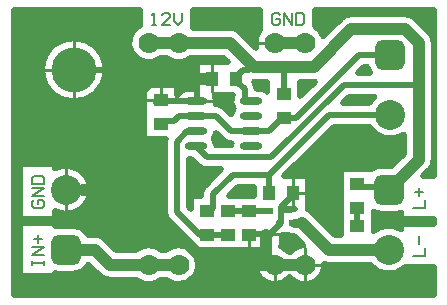
<source format=gbr>
%TF.GenerationSoftware,Altium Limited,Altium Designer,20.2.5 (213)*%
G04 Layer_Physical_Order=1*
G04 Layer_Color=255*
%FSLAX26Y26*%
%MOIN*%
%TF.SameCoordinates,637A3126-0BF7-4E5B-B6EB-9DA5991B8759*%
%TF.FilePolarity,Positive*%
%TF.FileFunction,Copper,L1,Top,Signal*%
%TF.Part,Single*%
G01*
G75*
%TA.AperFunction,NonConductor*%
%ADD10C,0.020000*%
%TA.AperFunction,SMDPad,CuDef*%
%ADD11R,0.050000X0.040000*%
%ADD12O,0.074803X0.023622*%
%ADD13R,0.040000X0.050000*%
%ADD14R,0.034000X0.022000*%
%TA.AperFunction,Conductor*%
%ADD15C,0.020000*%
%ADD16C,0.040000*%
%ADD17C,0.030000*%
%TA.AperFunction,NonConductor*%
%ADD18C,0.010000*%
%ADD19C,0.008000*%
%TA.AperFunction,ComponentPad*%
%ADD20C,0.070000*%
G04:AMPARAMS|DCode=21|XSize=100mil|YSize=100mil|CornerRadius=25mil|HoleSize=0mil|Usage=FLASHONLY|Rotation=90.000|XOffset=0mil|YOffset=0mil|HoleType=Round|Shape=RoundedRectangle|*
%AMROUNDEDRECTD21*
21,1,0.100000,0.050000,0,0,90.0*
21,1,0.050000,0.100000,0,0,90.0*
1,1,0.050000,0.025000,0.025000*
1,1,0.050000,0.025000,-0.025000*
1,1,0.050000,-0.025000,-0.025000*
1,1,0.050000,-0.025000,0.025000*
%
%ADD21ROUNDEDRECTD21*%
%ADD22C,0.100000*%
%TA.AperFunction,ViaPad*%
%ADD23C,0.150000*%
D10*
X1138000Y4121325D02*
G03*
X1150000Y4120000I12000J53675D01*
G01*
X1200000D02*
G03*
X1248990Y4150000I0J55000D01*
G01*
X1284645Y4114645D02*
G03*
X1320000Y4100000I35355J35355D01*
G01*
X1305355Y4235355D02*
G03*
X1270000Y4250000I-35355J-35355D01*
G01*
X1284592Y4114697D02*
G03*
X1320000Y4100000I35408J35303D01*
G01*
X1248990Y4250000D02*
G03*
X1200000Y4280000I-48990J-25000D01*
G01*
X1305408Y4235303D02*
G03*
X1270000Y4250000I-35408J-35303D01*
G01*
X1150000Y4280000D02*
G03*
X1138000Y4278675I0J-55000D01*
G01*
Y4329070D02*
G03*
X1255000Y4400000I37000J70930D01*
G01*
X1408467Y4100000D02*
G03*
X1491533Y4100000I41533J50000D01*
G01*
X1508467D02*
G03*
X1615000Y4150000I41533J50000D01*
G01*
D02*
G03*
X1591533Y4200000I-65000J0D01*
G01*
X1491533D02*
G03*
X1408467Y4200000I-41533J-50000D01*
G01*
X1505079Y4324921D02*
G03*
X1516794Y4296637I40000J0D01*
G01*
X1505079Y4324921D02*
G03*
X1516794Y4296637I40000J0D01*
G01*
X1590000Y4201235D02*
G03*
X1508467Y4200000I-40000J-51235D01*
G01*
X1636716Y4413284D02*
G03*
X1625000Y4385000I28284J-28284D01*
G01*
X1636716Y4413284D02*
G03*
X1625000Y4385000I28284J-28284D01*
G01*
X1255000Y4400000D02*
G03*
X1138000Y4470930I-80000J0D01*
G01*
X1305000Y4800000D02*
G03*
X1305000Y4800000I-105000J0D01*
G01*
X1422000Y4948660D02*
G03*
X1491533Y4840000I28000J-58660D01*
G01*
X1506286Y4570000D02*
G03*
X1505079Y4560248I38793J-9752D01*
G01*
X1506286Y4570000D02*
G03*
X1505079Y4560248I38793J-9752D01*
G01*
X1616007Y4479905D02*
G03*
X1644291Y4468189I28284J28284D01*
G01*
X1616007Y4479905D02*
G03*
X1644291Y4468189I28284J28284D01*
G01*
X1674760Y4548189D02*
G03*
X1666584Y4570000I-41689J-3189D01*
G01*
D02*
G03*
X1674447Y4588984I-33514J25000D01*
G01*
X1674882Y4695000D02*
G03*
X1669788Y4715000I-41811J0D01*
G01*
X1673668Y4685000D02*
G03*
X1674882Y4695000I-40597J10000D01*
G01*
X1703284Y4673284D02*
G03*
X1675000Y4685000I-28284J-28284D01*
G01*
X1703284Y4673284D02*
G03*
X1675000Y4685000I-28284J-28284D01*
G01*
X1581890Y4736811D02*
G03*
X1545000Y4714680I0J-41811D01*
G01*
X1508467Y4840000D02*
G03*
X1591533Y4840000I41533J50000D01*
G01*
X1828467Y4200000D02*
G03*
X1920000Y4108467I41533J-50000D01*
G01*
X1840000Y4207663D02*
G03*
X1828467Y4200000I30000J-57663D01*
G01*
X1849248Y4211599D02*
G03*
X1840000Y4207663I20752J-61598D01*
G01*
X1920000Y4191533D02*
G03*
X1890752Y4211599I-50000J-41533D01*
G01*
X1964521Y4214769D02*
G03*
X1920000Y4191533I5479J-64769D01*
G01*
X1914453Y4249000D02*
G03*
X1933000Y4245000I18547J41000D01*
G01*
Y4335000D02*
G03*
X1914453Y4331000I0J-45000D01*
G01*
X1995355Y4325355D02*
G03*
X1980000Y4335826I-35355J-35355D01*
G01*
X1920000Y4108467D02*
G03*
X2035000Y4150000I50000J41533D01*
G01*
X2034959Y4152316D02*
G03*
X2050000Y4150000I15041J47684D01*
G01*
X2034959Y4152316D02*
G03*
X2050000Y4150000I15041J47684D01*
G01*
X2187550D02*
G03*
X2305100Y4142000I62450J50000D01*
G01*
X2292013Y4268080D02*
G03*
X2200000Y4262450I-42013J-68080D01*
G01*
Y4326010D02*
G03*
X2225000Y4320000I25000J48990D01*
G01*
X2275000D02*
G03*
X2292013Y4322697I0J55000D01*
G01*
X1696716Y4566716D02*
G03*
X1725000Y4555000I28284J28284D01*
G01*
X1696716Y4566716D02*
G03*
X1725000Y4555000I28284J28284D01*
G01*
X1726332D02*
G03*
X1725240Y4548189I40597J-10000D01*
G01*
X1733416Y4670000D02*
G03*
X1725553Y4651016I33514J-25000D01*
G01*
X1729862Y4714344D02*
G03*
X1733416Y4670000I37067J-19344D01*
G01*
X1809827Y4736811D02*
G03*
X1801197Y4760000I-39965J-1673D01*
G01*
X1809827Y4736811D02*
G03*
X1801197Y4760000I-39965J-1673D01*
G01*
X1845000Y4727017D02*
G03*
X1818110Y4736811I-26890J-32017D01*
G01*
X1822000Y4933829D02*
G03*
X1807100Y4873610I48000J-43829D01*
G01*
X1755355Y4925355D02*
G03*
X1720000Y4940000I-35355J-35355D01*
G01*
X1755408Y4925303D02*
G03*
X1720000Y4940000I-35408J-35303D01*
G01*
X2000000Y4760000D02*
G03*
X2003558Y4760127I0J50000D01*
G01*
X2000000Y4760000D02*
G03*
X2003558Y4760127I0J50000D01*
G01*
X2031197Y4911908D02*
G03*
X2004632Y4945006I-61197J-21907D01*
G01*
X2185718Y4610000D02*
G03*
X2300000Y4583856I69282J40000D01*
G01*
X2225000Y4480000D02*
G03*
X2193377Y4470000I0J-55000D01*
G01*
X2385303Y4464592D02*
G03*
X2400000Y4500000I-35303J35408D01*
G01*
X2385355Y4464645D02*
G03*
X2400000Y4500000I-35355J35355D01*
G01*
X2202085Y4710000D02*
G03*
X2185718Y4690000I52915J-60000D01*
G01*
X2177085Y4810000D02*
G03*
X2187574Y4790000I52915J15000D01*
G01*
X2125000Y4985000D02*
G03*
X2089592Y4970303I0J-50000D01*
G01*
X2125000Y4985000D02*
G03*
X2089645Y4970355I0J-50000D01*
G01*
X2400000Y4889853D02*
G03*
X2385355Y4925208I-50000J0D01*
G01*
X2400000Y4889853D02*
G03*
X2385303Y4925261I-50000J0D01*
G01*
X2340208Y4970355D02*
G03*
X2304853Y4985000I-35355J-35355D01*
G01*
X2340261Y4970303D02*
G03*
X2304853Y4985000I-35408J-35303D01*
G01*
X1080000Y4050000D02*
Y4112000D01*
X1100000Y4050000D02*
Y4112000D01*
X1000000Y4120000D02*
X1022013D01*
X1060000Y4050000D02*
Y4112000D01*
X1040000Y4050000D02*
Y4112000D01*
X1000000Y4100000D02*
X1320000D01*
X1120000Y4050000D02*
Y4112000D01*
X1022013D02*
X1138000D01*
X1140000Y4050000D02*
Y4120917D01*
X1138000Y4112000D02*
Y4121325D01*
X1000000Y4160000D02*
X1022013D01*
X1000000Y4140000D02*
X1022013D01*
X1000000Y4240000D02*
X1022013D01*
X1000000Y4180000D02*
X1022013D01*
X1000000Y4220000D02*
X1022013D01*
X1138000Y4120000D02*
X1150000D01*
X1200000D01*
X1000000Y4200000D02*
X1022013D01*
X1150000Y4120000D02*
X1200000D01*
X1160000Y4050000D02*
Y4120000D01*
X1180000Y4050000D02*
Y4120000D01*
X1200000Y4050000D02*
Y4120000D01*
X1240000Y4050000D02*
Y4137251D01*
X1220000Y4050000D02*
Y4123765D01*
X1320000Y4050000D02*
Y4100000D01*
X1360000Y4050000D02*
Y4100000D01*
X1260000Y4050000D02*
Y4139289D01*
X1300000Y4050000D02*
Y4104174D01*
X1280000Y4050000D02*
Y4119289D01*
X1200000Y4120000D02*
X1279289D01*
X1242426Y4140000D02*
X1259289D01*
X1249289Y4150000D02*
X1284592Y4114697D01*
X1248990Y4250000D02*
X1270000D01*
X1340000Y4050000D02*
Y4100000D01*
X1305408Y4235303D02*
X1340711Y4200000D01*
X1000000Y4260000D02*
X1022013D01*
Y4112000D02*
Y4287968D01*
X1000000Y4050000D02*
Y5000000D01*
X1020000Y4050000D02*
Y5000000D01*
X1000000Y4050000D02*
Y5000000D01*
Y4280000D02*
X1022013D01*
X1138000D02*
X1150000D01*
X1022013Y4287968D02*
X1138000D01*
X1120000D02*
Y4302000D01*
X1100000Y4287968D02*
Y4302000D01*
X1000000Y4340000D02*
X1022013D01*
X1000000Y4320000D02*
X1022013D01*
X1000000Y4360000D02*
X1022013D01*
Y4302000D02*
Y4484632D01*
X1000000Y4380000D02*
X1022013D01*
X1040000Y4287968D02*
Y4302000D01*
X1060000Y4287968D02*
Y4302000D01*
X1022013D02*
X1138000D01*
X1080000Y4287968D02*
Y4302000D01*
X1138000Y4320000D02*
X1175000D01*
X1220000Y4276235D02*
Y4333856D01*
X1240000Y4262749D02*
Y4353363D01*
X1280000Y4248990D02*
Y4731993D01*
X1260000Y4250000D02*
Y4713832D01*
X1300000Y4240000D02*
Y4767984D01*
X1320000Y4220711D02*
Y5000000D01*
X1360000Y4200000D02*
Y5000000D01*
X1340000Y4200711D02*
Y5000000D01*
X1138000Y4278675D02*
Y4287968D01*
Y4302000D02*
Y4329070D01*
X1140000Y4279083D02*
Y4328062D01*
X1160000Y4280000D02*
Y4321419D01*
X1150000Y4280000D02*
X1200000D01*
X1180000D02*
Y4320156D01*
X1150000Y4280000D02*
X1200000D01*
Y4324007D01*
X1440000Y4050000D02*
Y4085774D01*
X1460000Y4050000D02*
Y4085774D01*
X1380000Y4050000D02*
Y4100000D01*
X1420000Y4050000D02*
Y4092337D01*
X1400000Y4050000D02*
Y4100000D01*
X1000000Y4060000D02*
X2400000D01*
X1000000Y4050000D02*
X2400000D01*
X1000000Y4080000D02*
X2400000D01*
X1500000Y4050000D02*
Y4100000D01*
X1480000Y4050000D02*
Y4092337D01*
X1320000Y4100000D02*
X1408467D01*
X1320000D02*
X1408467D01*
X1340711Y4200000D02*
X1408467D01*
X1340711D02*
X1408467D01*
X1491533Y4100000D02*
X1508467D01*
X1491533D02*
X1508467D01*
X1491533Y4200000D02*
X1508467D01*
X1491533D02*
X1508467D01*
X1540000Y4050000D02*
Y4085774D01*
X1560000Y4050000D02*
Y4085774D01*
X1520000Y4050000D02*
Y4092337D01*
X1600000Y4050000D02*
Y4108467D01*
X1580000Y4050000D02*
Y4092337D01*
X1591533Y4100000D02*
X1828467D01*
X1680000Y4050000D02*
Y4200000D01*
X1620000Y4050000D02*
Y4200000D01*
X1660000Y4050000D02*
Y4200000D01*
X1640000Y4050000D02*
Y4200000D01*
X1660000D02*
X1700000D01*
X1660000D02*
X1700000D01*
X1591533D02*
X1660000D01*
X1600000Y4191533D02*
Y4200000D01*
X1607663Y4120000D02*
X1812337D01*
X1614226Y4140000D02*
X1805774D01*
X1591533Y4200000D02*
X1828467D01*
X1614226Y4160000D02*
X1805774D01*
X1607663Y4180000D02*
X1812337D01*
X1440000Y4214226D02*
Y4570000D01*
X1460000Y4214226D02*
Y4570000D01*
X1380000Y4200000D02*
Y5000000D01*
X1400000Y4200000D02*
Y4848467D01*
X1420000Y4207663D02*
Y4832337D01*
X1320711Y4220000D02*
X1590000D01*
X1300000Y4240000D02*
X1573431D01*
X1500000Y4200000D02*
Y4570000D01*
X1480000Y4207663D02*
Y4570000D01*
X1227915Y4340000D02*
X1505079D01*
X1244282Y4360000D02*
X1505079D01*
X1252460Y4380000D02*
X1505079D01*
Y4324921D02*
Y4560248D01*
X1255000Y4400000D02*
X1505079D01*
X1200000Y4280000D02*
X1533431D01*
X1242426Y4260000D02*
X1553431D01*
X1000000Y4300000D02*
X1513791D01*
X1175000Y4320000D02*
X1505383D01*
X1560000Y4214226D02*
Y4253431D01*
X1580000Y4207663D02*
Y4233431D01*
X1520000Y4207663D02*
Y4293431D01*
X1540000Y4214226D02*
Y4273431D01*
X1590000Y4201235D02*
Y4223431D01*
X1516794Y4296637D02*
X1590000Y4223431D01*
Y4336569D02*
Y4380000D01*
X1585079Y4341490D02*
X1590000Y4336569D01*
X1585079Y4360000D02*
X1590000D01*
X1586569Y4340000D02*
X1590000D01*
X1585079Y4380000D02*
X1590000D01*
X1585079Y4341490D02*
Y4503189D01*
X1600000Y4380000D02*
Y4495912D01*
X1590000Y4380000D02*
X1625000D01*
Y4385000D01*
X1590000Y4380000D02*
X1625000D01*
X1620000D02*
Y4476410D01*
X1000000Y4420000D02*
X1022013D01*
X1000000Y4400000D02*
X1022013D01*
X1000000Y4480000D02*
X1022013D01*
X1000000Y4440000D02*
X1022013D01*
X1000000Y4460000D02*
X1022013D01*
Y4484632D02*
X1138000D01*
Y4480000D02*
X1175000D01*
X1000000Y4580000D02*
X1435000D01*
X1120000Y4484632D02*
Y4731993D01*
X1100000Y4484632D02*
Y4767984D01*
X1000000Y4720000D02*
X1131993D01*
X1000000Y4700000D02*
X1167984D01*
X1000000Y4780000D02*
X1096922D01*
X1000000Y4740000D02*
X1113832D01*
X1000000Y4760000D02*
X1102918D01*
X1000000Y4620000D02*
X1435000D01*
X1000000Y4600000D02*
X1435000D01*
X1000000Y4680000D02*
X1435000D01*
X1000000Y4640000D02*
X1435000D01*
X1000000Y4660000D02*
X1435000D01*
X1138000Y4470930D02*
Y4484632D01*
X1140000Y4471938D02*
Y4713832D01*
X1160000Y4478581D02*
Y4702918D01*
X1180000Y4479844D02*
Y4696922D01*
X1200000Y4475993D02*
Y4695000D01*
X1240000Y4446637D02*
Y4702918D01*
X1220000Y4466144D02*
Y4696922D01*
X1435000Y4650000D02*
Y4670000D01*
Y4650000D02*
Y4670000D01*
Y4750000D01*
X1232016Y4700000D02*
X1435000D01*
Y4570000D02*
Y4650000D01*
X1268007Y4720000D02*
X1435000D01*
X1286168Y4740000D02*
X1435000D01*
X1000000Y4820000D02*
X1096922D01*
X1000000Y4800000D02*
X1095000D01*
X1040000Y4484632D02*
Y5000000D01*
X1080000Y4484632D02*
Y5000000D01*
X1060000Y4484632D02*
Y5000000D01*
X1000000Y4840000D02*
X1102918D01*
X1000000Y4860000D02*
X1113832D01*
X1100000Y4832016D02*
Y5000000D01*
X1000000Y4900000D02*
X1167984D01*
X1000000Y4880000D02*
X1131993D01*
X1120000Y4868007D02*
Y5000000D01*
X1140000Y4886168D02*
Y5000000D01*
X1160000Y4897082D02*
Y5000000D01*
X1000000Y4940000D02*
X1408467D01*
X1000000Y4920000D02*
X1392337D01*
X1000000Y5000000D02*
X1422000D01*
X1000000Y4960000D02*
X1422000D01*
X1000000Y4980000D02*
X1422000D01*
X1297082Y4840000D02*
X1408467D01*
X1300000Y4832016D02*
Y5000000D01*
X1286168Y4860000D02*
X1392337D01*
X1440000Y4750000D02*
Y4825774D01*
X1460000Y4750000D02*
Y4825774D01*
X1500000Y4750000D02*
Y4840000D01*
X1480000Y4750000D02*
Y4832337D01*
X1240000Y4897082D02*
Y5000000D01*
X1260000Y4886168D02*
Y5000000D01*
X1180000Y4903078D02*
Y5000000D01*
X1220000Y4903078D02*
Y5000000D01*
X1200000Y4905000D02*
Y5000000D01*
X1232016Y4900000D02*
X1385774D01*
X1280000Y4868007D02*
Y5000000D01*
X1268007Y4880000D02*
X1385774D01*
X1400000Y4931533D02*
Y5000000D01*
X1420000Y4947663D02*
Y5000000D01*
X1422000Y4948660D02*
Y5000000D01*
X1244282Y4440000D02*
X1505079D01*
X1252460Y4420000D02*
X1505079D01*
X1175000Y4480000D02*
X1505079D01*
X1227915Y4460000D02*
X1505079D01*
X1585079Y4480000D02*
X1615912D01*
X1585079Y4420000D02*
X1643431D01*
X1585079Y4400000D02*
X1627919D01*
X1585079Y4440000D02*
X1663431D01*
X1585079Y4460000D02*
X1683431D01*
X1592723Y4503189D02*
X1616007Y4479905D01*
X1000000Y4520000D02*
X1505079D01*
X1000000Y4500000D02*
X1505079D01*
X1000000Y4540000D02*
X1505079D01*
X1000000Y4560000D02*
X1505079D01*
X1435000Y4570000D02*
X1506286D01*
X1585079Y4503189D02*
X1592723D01*
X1585079Y4500000D02*
X1595912D01*
X1640000Y4416569D02*
Y4468420D01*
X1660000Y4436569D02*
Y4468189D01*
X1636716Y4413284D02*
X1691620Y4468189D01*
X1680000Y4456569D02*
Y4468189D01*
X1644291D02*
X1691620D01*
X1680000Y4548189D02*
Y4583431D01*
X1674760Y4548189D02*
X1725240D01*
X1672099Y4580000D02*
X1683431D01*
X1680000Y4684686D02*
Y4715000D01*
X1672099Y4560000D02*
X1705635D01*
X1674447Y4588984D02*
X1696716Y4566716D01*
X1674582Y4700000D02*
X1725418D01*
X1690000Y4715000D02*
X1710000D01*
X1435000Y4750000D02*
X1545000D01*
Y4720000D02*
X1548376D01*
X1520000Y4750000D02*
Y4832337D01*
X1545000Y4714680D02*
Y4750000D01*
X1540000D02*
Y4825774D01*
X1581890Y4736811D02*
X1610000D01*
X1545000Y4740000D02*
X1610000D01*
X1560000Y4730623D02*
Y4825774D01*
X1580000Y4736768D02*
Y4832337D01*
X1303078Y4820000D02*
X1610000D01*
X1305000Y4800000D02*
X1610000D01*
X1491533Y4840000D02*
X1508467D01*
X1491533Y4840000D02*
X1508467D01*
X1297082Y4760000D02*
X1610000D01*
X1303078Y4780000D02*
X1610000D01*
X1591533Y4840000D02*
X1699289D01*
X1591533Y4840000D02*
X1699289D01*
X1597968Y5000000D02*
X1822000D01*
X1600000Y4736811D02*
Y4840000D01*
X1610000Y4736811D02*
Y4825000D01*
X1620000D02*
Y4840000D01*
X1669788Y4715000D02*
X1690000D01*
X1610000Y4825000D02*
X1690000D01*
X1660000D02*
Y4840000D01*
X1600000Y4940000D02*
Y5000000D01*
X1640000Y4825000D02*
Y4840000D01*
X1597968Y4940000D02*
Y5000000D01*
X1640000Y4940000D02*
Y5000000D01*
X1620000Y4940000D02*
Y5000000D01*
X1597968Y4960000D02*
X1822000D01*
X1680000Y4825000D02*
Y4840000D01*
X1597968Y4940000D02*
X1720000D01*
X1597968Y4980000D02*
X1822000D01*
X1680000Y4940000D02*
Y5000000D01*
X1660000Y4940000D02*
Y5000000D01*
X1760000Y4050000D02*
Y4200000D01*
X1780000Y4050000D02*
Y4200000D01*
X1700000Y4050000D02*
Y4200000D01*
X1740000Y4050000D02*
Y4200000D01*
X1720000Y4050000D02*
Y4200000D01*
X1820000Y4050000D02*
Y4108467D01*
X1840000Y4050000D02*
Y4092337D01*
X1800000Y4050000D02*
Y4200000D01*
X1770000D02*
X1828467D01*
X1820000Y4191533D02*
Y4200000D01*
X1700000D02*
X1730000D01*
X1770000D01*
X1730000D02*
X1770000D01*
X1840000Y4207663D02*
Y4211599D01*
Y4207663D02*
Y4211599D01*
X1849248D01*
X1860000Y4050000D02*
Y4085774D01*
X1880000Y4050000D02*
Y4085774D01*
X1900000Y4050000D02*
Y4092337D01*
X1920000Y4050000D02*
Y4108467D01*
X1911533Y4100000D02*
X1928467D01*
X1960000Y4050000D02*
Y4085774D01*
X1980000Y4050000D02*
Y4085774D01*
X1940000Y4050000D02*
Y4092337D01*
X2020000Y4050000D02*
Y4108467D01*
X2000000Y4050000D02*
Y4092337D01*
X1911533Y4200000D02*
X1928467D01*
X1890752Y4211599D02*
X1894000D01*
Y4220000D02*
X1959289D01*
X1960000Y4214226D02*
Y4219289D01*
X1720000Y4380000D02*
Y4383431D01*
X1730000Y4380000D02*
X1770000D01*
X1894000Y4211599D02*
Y4249000D01*
Y4240000D02*
X1939289D01*
X1886000Y4286402D02*
Y4293599D01*
X1894000Y4331000D02*
Y4335000D01*
Y4331000D02*
X1914453D01*
X1716569Y4380000D02*
X1730000D01*
X1770000D01*
X1716569D02*
X1746569Y4410000D01*
X1760000Y4380000D02*
Y4410000D01*
X1740000Y4380000D02*
Y4403431D01*
X1716569Y4380000D02*
X1800000D01*
X1770000D02*
X1800000D01*
X1780000D02*
Y4410000D01*
X1800000Y4380000D02*
Y4410000D01*
Y4380000D02*
Y4410000D01*
X1894000Y4249000D02*
X1914453D01*
X1920000Y4191533D02*
Y4246919D01*
X1900000Y4207663D02*
Y4249000D01*
X1934289Y4245000D02*
X1964521Y4214769D01*
X1940000Y4207663D02*
Y4239289D01*
X2020000Y4300711D02*
Y4563431D01*
X2000000Y4320711D02*
Y4543431D01*
X1894000Y4335000D02*
X1900000D01*
X1894000D02*
X1900000D01*
Y4331000D02*
Y4335000D01*
X1933000D01*
X1938206D01*
X1933000D02*
X1938206D01*
X1980000Y4335826D02*
Y4445000D01*
Y4335826D02*
Y4445000D01*
X2060000Y4050000D02*
Y4150000D01*
X2080000Y4050000D02*
Y4150000D01*
X2100000Y4050000D02*
Y4150000D01*
X2040000Y4050000D02*
Y4151010D01*
X2011533Y4100000D02*
X2400000D01*
X2027663Y4120000D02*
X2250000D01*
X2034226Y4140000D02*
X2197085D01*
X2140000Y4050000D02*
Y4150000D01*
X2120000Y4050000D02*
Y4150000D01*
X2050000D02*
X2090000D01*
X2060711Y4260000D02*
X2090000D01*
X2040711Y4280000D02*
X2090000D01*
X2145000Y4150000D02*
X2187550D01*
X2145000D02*
X2187550D01*
X2070711Y4250000D02*
X2090000D01*
Y4150000D02*
X2145000D01*
X2090000D02*
X2145000D01*
X2220000Y4050000D02*
Y4125838D01*
X2240000Y4050000D02*
Y4120627D01*
X2160000Y4050000D02*
Y4150000D01*
X2200000Y4050000D02*
Y4137550D01*
X2180000Y4050000D02*
Y4150000D01*
X2260000Y4050000D02*
Y4120627D01*
X2280000Y4050000D02*
Y4125838D01*
X2300000Y4050000D02*
Y4137550D01*
X2360000Y4050000D02*
Y4142000D01*
X2340000Y4050000D02*
Y4142000D01*
X2320000Y4050000D02*
Y4142000D01*
X2200000Y4280000D02*
X2250000D01*
X2292013D01*
X2250000Y4120000D02*
X2400000D01*
X2302915Y4140000D02*
X2400000D01*
X2305100Y4142000D02*
X2400000D01*
Y4050000D02*
Y4142000D01*
X2380000Y4050000D02*
Y4142000D01*
X1995355Y4325355D02*
X2070711Y4250000D01*
X2090000Y4290000D02*
Y4330000D01*
X2040000Y4280711D02*
Y4583431D01*
X2080000Y4250000D02*
Y4610000D01*
X2060000Y4260711D02*
Y4603431D01*
X2090000Y4250000D02*
Y4290000D01*
X2200000Y4300000D02*
X2400000D01*
X2090000Y4290000D02*
Y4330000D01*
X2200000Y4262450D02*
Y4326010D01*
Y4290000D02*
Y4326010D01*
X2000711Y4320000D02*
X2090000D01*
X2020711Y4300000D02*
X2090000D01*
X1980000Y4340000D02*
X2090000D01*
Y4330000D02*
Y4370000D01*
X1980000Y4360000D02*
X2090000D01*
X1980000Y4380000D02*
X2090000D01*
X2200000Y4320000D02*
X2225000D01*
X2090000Y4390000D02*
Y4470000D01*
Y4370000D02*
Y4390000D01*
Y4370000D02*
Y4390000D01*
X2200000Y4262450D02*
Y4290000D01*
X2240000Y4279373D02*
Y4320000D01*
X2220000Y4274162D02*
Y4320228D01*
X2280000Y4274162D02*
Y4320228D01*
X2260000Y4279373D02*
Y4320000D01*
X2292013Y4268080D02*
Y4284645D01*
X2340000D02*
Y4302000D01*
X2360000Y4284645D02*
Y4302000D01*
X2400000Y4284645D02*
Y4302000D01*
X2380000Y4284645D02*
Y4302000D01*
X2225000Y4320000D02*
X2275000D01*
X2225000D02*
X2275000D01*
X2200000Y4290000D02*
Y4326010D01*
X2292013Y4302000D02*
Y4322697D01*
Y4284645D02*
X2400000D01*
X2320000D02*
Y4302000D01*
X2300000Y4284645D02*
Y4302000D01*
X2292013D02*
X2400000D01*
X2275000Y4320000D02*
X2292013D01*
X1700000Y4548189D02*
Y4563775D01*
X1720000Y4548189D02*
Y4555314D01*
Y4656569D02*
Y4715000D01*
X1736569Y4400000D02*
X1800000D01*
X1746569Y4410000D02*
X1800000D01*
X1703284Y4673284D02*
X1725553Y4651016D01*
X1694365Y4680000D02*
X1727901D01*
X1716569Y4660000D02*
X1727901D01*
X1690000Y4715000D02*
X1710000D01*
X1700000Y4676225D02*
Y4715000D01*
X1710000D02*
X1729862D01*
X1809565Y4740000D02*
X1845000D01*
X1801197Y4760000D02*
X1845000D01*
X1901569Y4445000D02*
X1980000D01*
X1920000D02*
Y4463431D01*
X1940000Y4445000D02*
Y4483431D01*
X1980000Y4445000D02*
Y4523431D01*
X1960000Y4445000D02*
Y4503431D01*
X1980000Y4420000D02*
X2090000D01*
X1980000Y4400000D02*
X2090000D01*
X1901569Y4445000D02*
X2066569Y4610000D01*
X1980000Y4440000D02*
X2090000D01*
X1916569Y4460000D02*
X2090000D01*
X1809827Y4736811D02*
X1818110D01*
X1820000Y4736768D02*
Y4760000D01*
X1845000Y4727017D02*
Y4760000D01*
X1840000Y4730623D02*
Y4760000D01*
X1955000Y4740000D02*
X1983431D01*
X1955000Y4720000D02*
X1963431D01*
X1955000Y4760000D02*
X2000000D01*
X1980000Y4736569D02*
Y4760000D01*
X1955000D02*
X2000000D01*
X1690000Y4825000D02*
X1710000D01*
X1690000D02*
X1710000D01*
X1699289Y4840000D02*
X1714289Y4825000D01*
X1710000D02*
X1714289D01*
X1700000D02*
Y4839289D01*
X1800711Y4880000D02*
X1805774D01*
X1801197Y4760000D02*
X1845000D01*
X1755408Y4925303D02*
X1807100Y4873610D01*
X1800000Y4880711D02*
Y5000000D01*
X1700000Y4940000D02*
Y5000000D01*
X1740000Y4935826D02*
Y5000000D01*
X1720000Y4940000D02*
Y5000000D01*
X1760711Y4920000D02*
X1812337D01*
X1780711Y4900000D02*
X1805774D01*
X1720100Y4940000D02*
X1822000D01*
X1780000Y4900711D02*
Y5000000D01*
X1760000Y4920711D02*
Y5000000D01*
X2000000Y4756569D02*
Y4760000D01*
X2003431D01*
X1955000Y4711569D02*
Y4760000D01*
X1960000Y4716569D02*
Y4760000D01*
X1955000Y4711569D02*
X2003558Y4760127D01*
X2031197Y4911908D02*
X2089592Y4970303D01*
X2020000Y4931533D02*
Y5000000D01*
X2027663Y4920000D02*
X2039289D01*
X1820000Y4931533D02*
Y5000000D01*
X1822000Y4933829D02*
Y5000000D01*
X2004632Y4945006D02*
Y5000000D01*
Y4960000D02*
X2079289D01*
X2011533Y4940000D02*
X2059289D01*
X2100000Y4978301D02*
Y5000000D01*
X2040000Y4920711D02*
Y5000000D01*
X2060000Y4940711D02*
Y5000000D01*
X2080000Y4960711D02*
Y5000000D01*
X2160000Y4470000D02*
Y4610000D01*
X2180000Y4470000D02*
Y4610000D01*
X2100000Y4470000D02*
Y4610000D01*
X2140000Y4470000D02*
Y4610000D01*
X2120000Y4470000D02*
Y4610000D01*
X1936569Y4480000D02*
X2225000D01*
X2090000Y4470000D02*
X2193377D01*
X1956569Y4500000D02*
X2279289D01*
X1976569Y4520000D02*
X2299289D01*
X1996569Y4540000D02*
X2300000D01*
X2056569Y4600000D02*
X2192550D01*
X2066569Y4610000D02*
X2185718D01*
X2097071Y4690000D02*
X2185718D01*
X2120000D02*
Y4710000D01*
X2097071Y4690000D02*
X2117071Y4710000D01*
X2016569Y4560000D02*
X2300000D01*
X2036569Y4580000D02*
X2216270D01*
X2107071Y4700000D02*
X2192550D01*
X2117071Y4710000D02*
X2202085D01*
X2365356Y4444645D02*
X2385303Y4464592D01*
X2380000Y4444645D02*
Y4459289D01*
X2200000Y4473990D02*
Y4591905D01*
X2220000Y4479772D02*
Y4578062D01*
X2365356Y4444645D02*
X2400000D01*
X2380711Y4460000D02*
X2400000D01*
Y4444645D02*
Y4500000D01*
X2225000Y4480000D02*
X2259289D01*
X2225000D02*
X2259289D01*
X2240000D02*
Y4571419D01*
X2260000Y4480711D02*
Y4570156D01*
X2259289Y4480000D02*
X2300000Y4520711D01*
X2395826Y4480000D02*
X2400000D01*
X2280000Y4500711D02*
Y4574007D01*
X2293730Y4580000D02*
X2300000D01*
Y4520711D02*
Y4583856D01*
Y4520711D02*
Y4583856D01*
X2140000Y4690000D02*
Y4710000D01*
X2160000Y4690000D02*
Y4710000D01*
X2146569Y4790000D02*
X2166569Y4810000D01*
X2160000Y4790000D02*
Y4803431D01*
X2166569Y4810000D02*
X2177085D01*
X2146569Y4790000D02*
X2187574D01*
X2180000Y4690000D02*
Y4710000D01*
X2156569Y4800000D02*
X2181010D01*
X2180000Y4790000D02*
Y4802087D01*
X2004632Y4980000D02*
X2103206D01*
X2120000Y4984749D02*
Y5000000D01*
X2140000Y4985000D02*
Y5000000D01*
X2125000Y4985000D02*
X2304853D01*
X2180000D02*
Y5000000D01*
X2004632D02*
X2400000D01*
X2200000Y4985000D02*
Y5000000D01*
X2160000Y4985000D02*
Y5000000D01*
X2400000Y4750000D02*
Y4889853D01*
X2340261Y4970303D02*
X2385303Y4925261D01*
X2380000Y4930563D02*
Y5000000D01*
X2360000Y4950563D02*
Y5000000D01*
X2389889Y4920000D02*
X2400000D01*
Y4500000D02*
Y4750000D01*
X2370563Y4940000D02*
X2400000D01*
Y4889853D02*
Y5000000D01*
X2280000Y4985000D02*
Y5000000D01*
X2300000Y4985000D02*
Y5000000D01*
X2220000Y4985000D02*
Y5000000D01*
X2260000Y4985000D02*
Y5000000D01*
X2240000Y4985000D02*
Y5000000D01*
X2350563Y4960000D02*
X2400000D01*
X2326647Y4980000D02*
X2400000D01*
X2340000Y4970562D02*
Y5000000D01*
X2320000Y4982650D02*
Y5000000D01*
D11*
X1490000Y4620000D02*
D03*
Y4700000D02*
D03*
X1900000Y4720000D02*
D03*
Y4640000D02*
D03*
X2145000Y4420000D02*
D03*
Y4340000D02*
D03*
Y4200000D02*
D03*
Y4280000D02*
D03*
X1785000Y4330000D02*
D03*
Y4250000D02*
D03*
X1715000Y4330000D02*
D03*
Y4250000D02*
D03*
X1645000D02*
D03*
Y4330000D02*
D03*
D12*
X1792520Y4545000D02*
D03*
Y4595000D02*
D03*
Y4645000D02*
D03*
Y4695000D02*
D03*
X1607480Y4545000D02*
D03*
Y4595000D02*
D03*
Y4645000D02*
D03*
Y4695000D02*
D03*
D13*
X1740000Y4770000D02*
D03*
X1660000D02*
D03*
X1850000Y4390000D02*
D03*
X1930000D02*
D03*
D14*
X1933000Y4290000D02*
D03*
X1847000Y4252599D02*
D03*
Y4327402D02*
D03*
D15*
X1747909Y4757091D02*
Y4782909D01*
X1769862Y4695000D02*
Y4735138D01*
X1891000Y4340799D02*
X1935100Y4384900D01*
X1479307Y4694307D02*
X1606787D01*
X1475000Y4690000D02*
X1479307Y4694307D01*
X1769862Y4695000D02*
X1792520D01*
X1607480D02*
X1610138D01*
X1611811Y4696673D01*
X2145000Y4280000D02*
Y4340000D01*
X1790000Y4250000D02*
X1791599Y4251599D01*
X1785000Y4330000D02*
X1844402D01*
X1579138Y4594307D02*
X1606787D01*
X1607480Y4595000D01*
X1650000Y4330000D02*
X1655000D01*
X1675000Y4645000D02*
X1725000Y4595000D01*
X1792520D01*
X1847000Y4252599D02*
X1853000D01*
X1606787Y4694307D02*
X1607480Y4695000D01*
X1791599Y4251599D02*
X1844401D01*
X1545079Y4560248D02*
X1579138Y4594307D01*
X1545079Y4324921D02*
Y4560248D01*
Y4324921D02*
X1620000Y4250000D01*
X1655000Y4330000D02*
X1665000Y4340000D01*
X1793213Y4595693D02*
X1850693D01*
X1792520Y4595000D02*
X1793213Y4595693D01*
X1611811Y4696673D02*
Y4770000D01*
X1850693Y4595693D02*
X1895000Y4640000D01*
X2145000Y4420000D02*
X2155000Y4410000D01*
X2240000D01*
X1490000Y4620000D02*
X1500000Y4630000D01*
X1900000Y4720000D02*
Y4810000D01*
X1850000Y4390000D02*
Y4450000D01*
X2050000Y4650000D01*
X2255000D01*
X1550000Y4645000D02*
X1607480D01*
X1675000D01*
X1895000Y4640000D02*
X1900000D01*
X1747909Y4782909D02*
X1764320Y4799320D01*
X1784320D01*
X1797500Y4812500D01*
X2240000Y4410000D02*
X2250000Y4400000D01*
X1853000Y4252599D02*
X1891000Y4290599D01*
Y4340799D01*
X1665000Y4340000D02*
Y4385000D01*
X1730000Y4450000D01*
X1850000D01*
X1175000Y4400000D02*
X1232460D01*
X1200000Y4800000D02*
X1410000D01*
X1440000Y4770000D01*
Y4749497D02*
Y4770000D01*
X1858692Y4508189D02*
X2100503Y4750000D01*
X2350000D01*
X1900000Y4640000D02*
X1940000D01*
X2150000Y4850000D01*
X2255000D01*
X1500000Y4630000D02*
X1535000D01*
X1550000Y4645000D01*
X1607480Y4545000D02*
X1644291Y4508189D01*
X1858692D01*
X1747909Y4757091D02*
X1769862Y4735138D01*
X1720000Y4330000D02*
X1785000D01*
X1645000Y4250000D02*
X1715000D01*
X1720000D01*
X1620000D02*
X1645000D01*
D16*
X1840000Y4150000D02*
Y4250000D01*
X1450000Y4150000D02*
X1550000D01*
X1550000Y4150000D01*
X1870000Y4890000D02*
X1970000D01*
X2145000Y4200000D02*
X2250000D01*
X1960000Y4290000D02*
X2050000Y4200000D01*
X2145000D01*
X1870000Y4150000D02*
X1970000D01*
X1460503Y4770000D02*
X1611811D01*
X1660000D01*
X2350000Y4500000D02*
Y4750000D01*
X2250000Y4400000D02*
X2350000Y4500000D01*
X1720000Y4890000D02*
X1797500Y4812500D01*
X1800000Y4810000D01*
X1900000D01*
X1450000Y4890000D02*
X1550000D01*
X1900000Y4810000D02*
X2000000D01*
X2125000Y4935000D01*
X2304853D01*
X1400000Y4400000D02*
X1400000D01*
X1650000Y4150000D01*
X1550000Y4890000D02*
X1720000D01*
X1650000Y4150000D02*
X1840000D01*
X1870000D01*
X1232460Y4400000D02*
X1400000D01*
Y4709497D01*
X1440000Y4749497D01*
X1460503Y4770000D01*
X1320000Y4150000D02*
X1450000D01*
X1175000Y4200000D02*
X1270000D01*
X1320000Y4150000D01*
X2350000Y4750000D02*
Y4889853D01*
X2304853Y4935000D02*
X2350000Y4889853D01*
D17*
X1933000Y4290000D02*
X1960000D01*
D18*
X1175000Y4330000D02*
Y4400000D01*
Y4470000D01*
Y4400000D02*
X1245000D01*
X1200000Y4705000D02*
Y4800000D01*
X1445000Y4700000D02*
X1490000D01*
Y4740000D01*
X1105000Y4800000D02*
X1200000D01*
X1295000D01*
X1200000D02*
Y4895000D01*
X1607480Y4695000D02*
X1664882D01*
X1607480D02*
Y4726811D01*
X1660000Y4725000D02*
Y4770000D01*
X1620000D02*
X1660000D01*
Y4815000D01*
X1815000Y4150000D02*
X1870000D01*
Y4095000D02*
Y4150000D01*
X1970000D02*
X2025000D01*
X1970000Y4095000D02*
Y4150000D01*
Y4205000D01*
X1785000Y4210000D02*
Y4250000D01*
X1847000Y4252599D02*
X1884000D01*
X1847000Y4221599D02*
Y4252599D01*
X1930000Y4345000D02*
Y4390000D01*
Y4435000D01*
Y4390000D02*
X1970000D01*
X1815000Y4890000D02*
X1870000D01*
D19*
X1060013Y4150000D02*
Y4163329D01*
Y4156664D01*
X1100000D01*
Y4150000D01*
Y4163329D01*
Y4183323D02*
X1060013D01*
X1100000Y4209981D01*
X1060013D01*
X1080006Y4223310D02*
Y4249968D01*
X1066677Y4236639D02*
X1093335D01*
X2330013Y4340000D02*
X2370000D01*
Y4366658D01*
X2350006Y4379987D02*
Y4406645D01*
X2336677Y4393316D02*
X2363336D01*
X2330013Y4180000D02*
X2370000D01*
Y4206658D01*
X2350006Y4219987D02*
Y4246645D01*
X1460000Y4950000D02*
X1473329D01*
X1466665D01*
Y4989987D01*
X1460000Y4983323D01*
X1519981Y4950000D02*
X1493323D01*
X1519981Y4976658D01*
Y4983323D01*
X1513316Y4989987D01*
X1499987D01*
X1493323Y4983323D01*
X1533310Y4989987D02*
Y4963329D01*
X1546639Y4950000D01*
X1559968Y4963329D01*
Y4989987D01*
X1886658Y4983323D02*
X1879994Y4989987D01*
X1866665D01*
X1860000Y4983323D01*
Y4956664D01*
X1866665Y4950000D01*
X1879994D01*
X1886658Y4956664D01*
Y4969993D01*
X1873329D01*
X1899987Y4950000D02*
Y4989987D01*
X1926645Y4950000D01*
Y4989987D01*
X1939974D02*
Y4950000D01*
X1959968D01*
X1966632Y4956664D01*
Y4983323D01*
X1959968Y4989987D01*
X1939974D01*
X1066677Y4366658D02*
X1060013Y4359993D01*
Y4346664D01*
X1066677Y4340000D01*
X1093335D01*
X1100000Y4346664D01*
Y4359993D01*
X1093335Y4366658D01*
X1080006D01*
Y4353329D01*
X1100000Y4379987D02*
X1060013D01*
X1100000Y4406645D01*
X1060013D01*
Y4419974D02*
X1100000D01*
Y4439968D01*
X1093335Y4446632D01*
X1066677D01*
X1060013Y4439968D01*
Y4419974D01*
D20*
X1970000Y4150000D02*
D03*
X1870000D02*
D03*
X1450000Y4150000D02*
D03*
X1550000Y4150000D02*
D03*
X1450000Y4890000D02*
D03*
X1550000D02*
D03*
X1870000D02*
D03*
X1970000D02*
D03*
D21*
X1175000Y4200000D02*
D03*
X2250000Y4400000D02*
D03*
X2255000Y4850000D02*
D03*
D22*
X1175000Y4400000D02*
D03*
X2250000Y4200000D02*
D03*
X2255000Y4650000D02*
D03*
D23*
X1200000Y4800000D02*
D03*
%TF.MD5,a1b828f5edc6a463a88adea1bdd9b0cc*%
M02*

</source>
